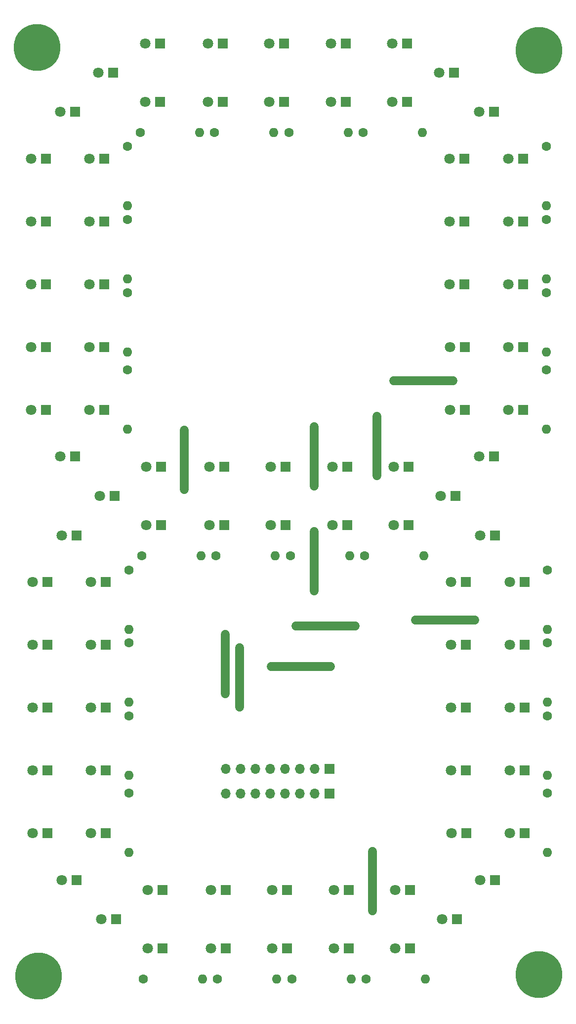
<source format=gtl>
%TF.GenerationSoftware,KiCad,Pcbnew,(6.0.6)*%
%TF.CreationDate,2022-10-07T01:34:02+08:00*%
%TF.ProjectId,7SegmentDisplay_DualLine_NoDriver_6InchesV2,37536567-6d65-46e7-9444-6973706c6179,rev?*%
%TF.SameCoordinates,Original*%
%TF.FileFunction,Copper,L1,Top*%
%TF.FilePolarity,Positive*%
%FSLAX46Y46*%
G04 Gerber Fmt 4.6, Leading zero omitted, Abs format (unit mm)*
G04 Created by KiCad (PCBNEW (6.0.6)) date 2022-10-07 01:34:02*
%MOMM*%
%LPD*%
G01*
G04 APERTURE LIST*
%TA.AperFunction,ComponentPad*%
%ADD10C,0.900000*%
%TD*%
%TA.AperFunction,ComponentPad*%
%ADD11C,8.000000*%
%TD*%
%TA.AperFunction,ComponentPad*%
%ADD12R,1.700000X1.700000*%
%TD*%
%TA.AperFunction,ComponentPad*%
%ADD13O,1.700000X1.700000*%
%TD*%
%TA.AperFunction,ComponentPad*%
%ADD14C,1.400000*%
%TD*%
%TA.AperFunction,ComponentPad*%
%ADD15O,1.400000X1.400000*%
%TD*%
%TA.AperFunction,ComponentPad*%
%ADD16R,1.800000X1.800000*%
%TD*%
%TA.AperFunction,ComponentPad*%
%ADD17C,1.800000*%
%TD*%
%TA.AperFunction,ComponentPad*%
%ADD18C,1.600000*%
%TD*%
%TA.AperFunction,ComponentPad*%
%ADD19O,1.600000X1.600000*%
%TD*%
%TA.AperFunction,Conductor*%
%ADD20C,1.524000*%
%TD*%
G04 APERTURE END LIST*
D10*
%TO.P,REF\u002A\u002A,1*%
%TO.N,N/C*%
X403878680Y-19628680D03*
X408121320Y-23871320D03*
X406000000Y-24750000D03*
X408121320Y-19628680D03*
X403000000Y-21750000D03*
X403878680Y-23871320D03*
X409000000Y-21750000D03*
X406000000Y-18750000D03*
D11*
X406000000Y-21750000D03*
%TD*%
D10*
%TO.P,REF\u002A\u002A,1*%
%TO.N,N/C*%
X317878680Y-19128680D03*
X322121320Y-23371320D03*
X320000000Y-24250000D03*
X322121320Y-19128680D03*
X317000000Y-21250000D03*
X317878680Y-23371320D03*
X323000000Y-21250000D03*
X320000000Y-18250000D03*
D11*
X320000000Y-21250000D03*
%TD*%
D10*
%TO.P,REF\u002A\u002A,1*%
%TO.N,N/C*%
X318128680Y-178128680D03*
X322371320Y-182371320D03*
X320250000Y-183250000D03*
X322371320Y-178128680D03*
X317250000Y-180250000D03*
X318128680Y-182371320D03*
X323250000Y-180250000D03*
X320250000Y-177250000D03*
D11*
X320250000Y-180250000D03*
%TD*%
D10*
%TO.P,REF\u002A\u002A,1*%
%TO.N,N/C*%
X403878680Y-177878680D03*
X408121320Y-182121320D03*
X406000000Y-183000000D03*
X408121320Y-177878680D03*
X403000000Y-180000000D03*
X403878680Y-182121320D03*
X409000000Y-180000000D03*
X406000000Y-177000000D03*
D11*
X406000000Y-180000000D03*
%TD*%
D12*
%TO.P,REF\u002A\u002A,1*%
%TO.N,N/C*%
X370125000Y-149000000D03*
D13*
%TO.P,REF\u002A\u002A,2*%
X367585000Y-149000000D03*
%TO.P,REF\u002A\u002A,3*%
X365045000Y-149000000D03*
%TO.P,REF\u002A\u002A,4*%
X362505000Y-149000000D03*
%TO.P,REF\u002A\u002A,5*%
X359965000Y-149000000D03*
%TO.P,REF\u002A\u002A,6*%
X357425000Y-149000000D03*
%TO.P,REF\u002A\u002A,7*%
X354885000Y-149000000D03*
%TO.P,REF\u002A\u002A,8*%
X352345000Y-149000000D03*
%TD*%
D14*
%TO.P,REF\u002A\u002A,1*%
%TO.N,N/C*%
X352250000Y-121720000D03*
D15*
%TO.P,REF\u002A\u002A,2*%
X352250000Y-131880000D03*
%TD*%
D14*
%TO.P,REF\u002A\u002A,1*%
%TO.N,N/C*%
X354750000Y-123970000D03*
D15*
%TO.P,REF\u002A\u002A,2*%
X354750000Y-134130000D03*
%TD*%
D14*
%TO.P,REF\u002A\u002A,1*%
%TO.N,N/C*%
X345250000Y-86750000D03*
D15*
%TO.P,REF\u002A\u002A,2*%
X345250000Y-96910000D03*
%TD*%
D14*
%TO.P,REF\u002A\u002A,1*%
%TO.N,N/C*%
X370280000Y-127250000D03*
D15*
%TO.P,REF\u002A\u002A,2*%
X360120000Y-127250000D03*
%TD*%
D14*
%TO.P,REF\u002A\u002A,1*%
%TO.N,N/C*%
X377500000Y-169030000D03*
D15*
%TO.P,REF\u002A\u002A,2*%
X377500000Y-158870000D03*
%TD*%
D14*
%TO.P,REF\u002A\u002A,1*%
%TO.N,N/C*%
X374530000Y-120250000D03*
D15*
%TO.P,REF\u002A\u002A,2*%
X364370000Y-120250000D03*
%TD*%
%TO.P,REF\u002A\u002A,2*%
%TO.N,N/C*%
X384870000Y-119250000D03*
D14*
%TO.P,REF\u002A\u002A,1*%
X395030000Y-119250000D03*
%TD*%
%TO.P,REF\u002A\u002A,1*%
%TO.N,N/C*%
X367500000Y-114280000D03*
D15*
%TO.P,REF\u002A\u002A,2*%
X367500000Y-104120000D03*
%TD*%
D14*
%TO.P,REF\u002A\u002A,1*%
%TO.N,N/C*%
X367500000Y-96280000D03*
D15*
%TO.P,REF\u002A\u002A,2*%
X367500000Y-86120000D03*
%TD*%
D14*
%TO.P,REF\u002A\u002A,1*%
%TO.N,N/C*%
X391280000Y-78250000D03*
D15*
%TO.P,REF\u002A\u002A,2*%
X381120000Y-78250000D03*
%TD*%
D14*
%TO.P,REF\u002A\u002A,1*%
%TO.N,N/C*%
X378250000Y-94500000D03*
D15*
%TO.P,REF\u002A\u002A,2*%
X378250000Y-84340000D03*
%TD*%
D12*
%TO.P,REF\u002A\u002A,1*%
%TO.N,N/C*%
X370125000Y-144750000D03*
D13*
%TO.P,REF\u002A\u002A,2*%
X367585000Y-144750000D03*
%TO.P,REF\u002A\u002A,3*%
X365045000Y-144750000D03*
%TO.P,REF\u002A\u002A,4*%
X362505000Y-144750000D03*
%TO.P,REF\u002A\u002A,5*%
X359965000Y-144750000D03*
%TO.P,REF\u002A\u002A,6*%
X357425000Y-144750000D03*
%TO.P,REF\u002A\u002A,7*%
X354885000Y-144750000D03*
%TO.P,REF\u002A\u002A,8*%
X352345000Y-144750000D03*
%TD*%
D16*
%TO.P,REF\u002A\u002A,1*%
%TO.N,N/C*%
X341540000Y-165500000D03*
D17*
%TO.P,REF\u002A\u002A,2*%
X339000000Y-165500000D03*
%TD*%
D18*
%TO.P,REF\u002A\u002A,1*%
%TO.N,N/C*%
X350920000Y-180750000D03*
D19*
%TO.P,REF\u002A\u002A,2*%
X361080000Y-180750000D03*
%TD*%
D18*
%TO.P,REF\u002A\u002A,1*%
%TO.N,N/C*%
X363670000Y-180750000D03*
D19*
%TO.P,REF\u002A\u002A,2*%
X373830000Y-180750000D03*
%TD*%
D18*
%TO.P,REF\u002A\u002A,1*%
%TO.N,N/C*%
X338170000Y-180750000D03*
D19*
%TO.P,REF\u002A\u002A,2*%
X348330000Y-180750000D03*
%TD*%
D18*
%TO.P,REF\u002A\u002A,1*%
%TO.N,N/C*%
X376420000Y-180750000D03*
D19*
%TO.P,REF\u002A\u002A,2*%
X386580000Y-180750000D03*
%TD*%
D16*
%TO.P,REF\u002A\u002A,1*%
%TO.N,N/C*%
X352305000Y-165500000D03*
D17*
%TO.P,REF\u002A\u002A,2*%
X349765000Y-165500000D03*
%TD*%
D16*
%TO.P,REF\u002A\u002A,1*%
%TO.N,N/C*%
X383925000Y-175500000D03*
D17*
%TO.P,REF\u002A\u002A,2*%
X381385000Y-175500000D03*
%TD*%
D16*
%TO.P,REF\u002A\u002A,1*%
%TO.N,N/C*%
X352305000Y-175500000D03*
D17*
%TO.P,REF\u002A\u002A,2*%
X349765000Y-175500000D03*
%TD*%
D16*
%TO.P,REF\u002A\u002A,1*%
%TO.N,N/C*%
X373385000Y-165500000D03*
D17*
%TO.P,REF\u002A\u002A,2*%
X370845000Y-165500000D03*
%TD*%
D16*
%TO.P,REF\u002A\u002A,1*%
%TO.N,N/C*%
X383925000Y-165500000D03*
D17*
%TO.P,REF\u002A\u002A,2*%
X381385000Y-165500000D03*
%TD*%
D16*
%TO.P,REF\u002A\u002A,1*%
%TO.N,N/C*%
X362845000Y-175500000D03*
D17*
%TO.P,REF\u002A\u002A,2*%
X360305000Y-175500000D03*
%TD*%
D16*
%TO.P,REF\u002A\u002A,1*%
%TO.N,N/C*%
X362845000Y-165500000D03*
D17*
%TO.P,REF\u002A\u002A,2*%
X360305000Y-165500000D03*
%TD*%
D16*
%TO.P,REF\u002A\u002A,1*%
%TO.N,N/C*%
X373385000Y-175500000D03*
D17*
%TO.P,REF\u002A\u002A,2*%
X370845000Y-175500000D03*
%TD*%
D16*
%TO.P,REF\u002A\u002A,1*%
%TO.N,N/C*%
X333540000Y-170500000D03*
D17*
%TO.P,REF\u002A\u002A,2*%
X331000000Y-170500000D03*
%TD*%
D16*
%TO.P,REF\u002A\u002A,1*%
%TO.N,N/C*%
X392000000Y-170500000D03*
D17*
%TO.P,REF\u002A\u002A,2*%
X389460000Y-170500000D03*
%TD*%
D16*
%TO.P,REF\u002A\u002A,1*%
%TO.N,N/C*%
X341540000Y-175500000D03*
D17*
%TO.P,REF\u002A\u002A,2*%
X339000000Y-175500000D03*
%TD*%
D16*
%TO.P,REF\u002A\u002A,1*%
%TO.N,N/C*%
X341290000Y-93000000D03*
D17*
%TO.P,REF\u002A\u002A,2*%
X338750000Y-93000000D03*
%TD*%
D18*
%TO.P,REF\u002A\u002A,1*%
%TO.N,N/C*%
X350670000Y-108250000D03*
D19*
%TO.P,REF\u002A\u002A,2*%
X360830000Y-108250000D03*
%TD*%
D18*
%TO.P,REF\u002A\u002A,1*%
%TO.N,N/C*%
X363420000Y-108250000D03*
D19*
%TO.P,REF\u002A\u002A,2*%
X373580000Y-108250000D03*
%TD*%
D18*
%TO.P,REF\u002A\u002A,1*%
%TO.N,N/C*%
X337920000Y-108250000D03*
D19*
%TO.P,REF\u002A\u002A,2*%
X348080000Y-108250000D03*
%TD*%
D18*
%TO.P,REF\u002A\u002A,1*%
%TO.N,N/C*%
X376170000Y-108250000D03*
D19*
%TO.P,REF\u002A\u002A,2*%
X386330000Y-108250000D03*
%TD*%
D16*
%TO.P,REF\u002A\u002A,1*%
%TO.N,N/C*%
X393535000Y-155750000D03*
D17*
%TO.P,REF\u002A\u002A,2*%
X390995000Y-155750000D03*
%TD*%
D16*
%TO.P,REF\u002A\u002A,1*%
%TO.N,N/C*%
X403535000Y-155750000D03*
D17*
%TO.P,REF\u002A\u002A,2*%
X400995000Y-155750000D03*
%TD*%
D16*
%TO.P,REF\u002A\u002A,1*%
%TO.N,N/C*%
X398525000Y-163750000D03*
D17*
%TO.P,REF\u002A\u002A,2*%
X395985000Y-163750000D03*
%TD*%
D16*
%TO.P,REF\u002A\u002A,1*%
%TO.N,N/C*%
X331750000Y-134250000D03*
D17*
%TO.P,REF\u002A\u002A,2*%
X329210000Y-134250000D03*
%TD*%
D18*
%TO.P,REF\u002A\u002A,1*%
%TO.N,N/C*%
X335725000Y-110670000D03*
D19*
%TO.P,REF\u002A\u002A,2*%
X335725000Y-120830000D03*
%TD*%
D16*
%TO.P,REF\u002A\u002A,1*%
%TO.N,N/C*%
X321755000Y-145000000D03*
D17*
%TO.P,REF\u002A\u002A,2*%
X319215000Y-145000000D03*
%TD*%
D16*
%TO.P,REF\u002A\u002A,1*%
%TO.N,N/C*%
X331755000Y-145000000D03*
D17*
%TO.P,REF\u002A\u002A,2*%
X329215000Y-145000000D03*
%TD*%
D16*
%TO.P,REF\u002A\u002A,1*%
%TO.N,N/C*%
X331750000Y-112750000D03*
D17*
%TO.P,REF\u002A\u002A,2*%
X329210000Y-112750000D03*
%TD*%
D18*
%TO.P,REF\u002A\u002A,1*%
%TO.N,N/C*%
X407500000Y-148920000D03*
D19*
%TO.P,REF\u002A\u002A,2*%
X407500000Y-159080000D03*
%TD*%
D16*
%TO.P,REF\u002A\u002A,1*%
%TO.N,N/C*%
X321750000Y-134250000D03*
D17*
%TO.P,REF\u002A\u002A,2*%
X319210000Y-134250000D03*
%TD*%
D18*
%TO.P,REF\u002A\u002A,1*%
%TO.N,N/C*%
X407500000Y-135670000D03*
D19*
%TO.P,REF\u002A\u002A,2*%
X407500000Y-145830000D03*
%TD*%
D16*
%TO.P,REF\u002A\u002A,1*%
%TO.N,N/C*%
X331750000Y-123500000D03*
D17*
%TO.P,REF\u002A\u002A,2*%
X329210000Y-123500000D03*
%TD*%
D16*
%TO.P,REF\u002A\u002A,1*%
%TO.N,N/C*%
X321750000Y-123500000D03*
D17*
%TO.P,REF\u002A\u002A,2*%
X319210000Y-123500000D03*
%TD*%
D18*
%TO.P,REF\u002A\u002A,1*%
%TO.N,N/C*%
X335725000Y-123170000D03*
D19*
%TO.P,REF\u002A\u002A,2*%
X335725000Y-133330000D03*
%TD*%
D16*
%TO.P,REF\u002A\u002A,1*%
%TO.N,N/C*%
X352055000Y-93000000D03*
D17*
%TO.P,REF\u002A\u002A,2*%
X349515000Y-93000000D03*
%TD*%
D16*
%TO.P,REF\u002A\u002A,1*%
%TO.N,N/C*%
X383675000Y-103000000D03*
D17*
%TO.P,REF\u002A\u002A,2*%
X381135000Y-103000000D03*
%TD*%
D16*
%TO.P,REF\u002A\u002A,1*%
%TO.N,N/C*%
X352055000Y-103000000D03*
D17*
%TO.P,REF\u002A\u002A,2*%
X349515000Y-103000000D03*
%TD*%
D16*
%TO.P,REF\u002A\u002A,1*%
%TO.N,N/C*%
X373135000Y-93000000D03*
D17*
%TO.P,REF\u002A\u002A,2*%
X370595000Y-93000000D03*
%TD*%
D16*
%TO.P,REF\u002A\u002A,1*%
%TO.N,N/C*%
X383675000Y-93000000D03*
D17*
%TO.P,REF\u002A\u002A,2*%
X381135000Y-93000000D03*
%TD*%
D16*
%TO.P,REF\u002A\u002A,1*%
%TO.N,N/C*%
X362595000Y-103000000D03*
D17*
%TO.P,REF\u002A\u002A,2*%
X360055000Y-103000000D03*
%TD*%
D16*
%TO.P,REF\u002A\u002A,1*%
%TO.N,N/C*%
X362595000Y-93000000D03*
D17*
%TO.P,REF\u002A\u002A,2*%
X360055000Y-93000000D03*
%TD*%
D16*
%TO.P,REF\u002A\u002A,1*%
%TO.N,N/C*%
X373135000Y-103000000D03*
D17*
%TO.P,REF\u002A\u002A,2*%
X370595000Y-103000000D03*
%TD*%
D16*
%TO.P,REF\u002A\u002A,1*%
%TO.N,N/C*%
X333290000Y-98000000D03*
D17*
%TO.P,REF\u002A\u002A,2*%
X330750000Y-98000000D03*
%TD*%
D16*
%TO.P,REF\u002A\u002A,1*%
%TO.N,N/C*%
X391750000Y-98000000D03*
D17*
%TO.P,REF\u002A\u002A,2*%
X389210000Y-98000000D03*
%TD*%
D16*
%TO.P,REF\u002A\u002A,1*%
%TO.N,N/C*%
X398525000Y-104750000D03*
D17*
%TO.P,REF\u002A\u002A,2*%
X395985000Y-104750000D03*
%TD*%
D16*
%TO.P,REF\u002A\u002A,1*%
%TO.N,N/C*%
X393525000Y-112750000D03*
D17*
%TO.P,REF\u002A\u002A,2*%
X390985000Y-112750000D03*
%TD*%
D16*
%TO.P,REF\u002A\u002A,1*%
%TO.N,N/C*%
X403525000Y-112750000D03*
D17*
%TO.P,REF\u002A\u002A,2*%
X400985000Y-112750000D03*
%TD*%
D16*
%TO.P,REF\u002A\u002A,1*%
%TO.N,N/C*%
X331760000Y-155750000D03*
D17*
%TO.P,REF\u002A\u002A,2*%
X329220000Y-155750000D03*
%TD*%
D18*
%TO.P,REF\u002A\u002A,1*%
%TO.N,N/C*%
X335725000Y-148920000D03*
D19*
%TO.P,REF\u002A\u002A,2*%
X335725000Y-159080000D03*
%TD*%
D18*
%TO.P,REF\u002A\u002A,1*%
%TO.N,N/C*%
X335725000Y-135670000D03*
D19*
%TO.P,REF\u002A\u002A,2*%
X335725000Y-145830000D03*
%TD*%
D16*
%TO.P,REF\u002A\u002A,1*%
%TO.N,N/C*%
X326750000Y-104750000D03*
D17*
%TO.P,REF\u002A\u002A,2*%
X324210000Y-104750000D03*
%TD*%
D16*
%TO.P,REF\u002A\u002A,1*%
%TO.N,N/C*%
X321750000Y-112750000D03*
D17*
%TO.P,REF\u002A\u002A,2*%
X319210000Y-112750000D03*
%TD*%
D16*
%TO.P,REF\u002A\u002A,1*%
%TO.N,N/C*%
X321760000Y-155750000D03*
D17*
%TO.P,REF\u002A\u002A,2*%
X319220000Y-155750000D03*
%TD*%
D16*
%TO.P,REF\u002A\u002A,1*%
%TO.N,N/C*%
X326750000Y-163750000D03*
D17*
%TO.P,REF\u002A\u002A,2*%
X324210000Y-163750000D03*
%TD*%
D16*
%TO.P,REF\u002A\u002A,1*%
%TO.N,N/C*%
X403530000Y-145000000D03*
D17*
%TO.P,REF\u002A\u002A,2*%
X400990000Y-145000000D03*
%TD*%
D16*
%TO.P,REF\u002A\u002A,1*%
%TO.N,N/C*%
X393530000Y-145000000D03*
D17*
%TO.P,REF\u002A\u002A,2*%
X390990000Y-145000000D03*
%TD*%
D16*
%TO.P,REF\u002A\u002A,1*%
%TO.N,N/C*%
X393525000Y-134250000D03*
D17*
%TO.P,REF\u002A\u002A,2*%
X390985000Y-134250000D03*
%TD*%
D16*
%TO.P,REF\u002A\u002A,1*%
%TO.N,N/C*%
X403525000Y-123500000D03*
D17*
%TO.P,REF\u002A\u002A,2*%
X400985000Y-123500000D03*
%TD*%
D16*
%TO.P,REF\u002A\u002A,1*%
%TO.N,N/C*%
X393525000Y-123500000D03*
D17*
%TO.P,REF\u002A\u002A,2*%
X390985000Y-123500000D03*
%TD*%
D18*
%TO.P,REF\u002A\u002A,1*%
%TO.N,N/C*%
X407500000Y-123170000D03*
D19*
%TO.P,REF\u002A\u002A,2*%
X407500000Y-133330000D03*
%TD*%
D16*
%TO.P,REF\u002A\u002A,1*%
%TO.N,N/C*%
X403525000Y-134250000D03*
D17*
%TO.P,REF\u002A\u002A,2*%
X400985000Y-134250000D03*
%TD*%
D18*
%TO.P,REF\u002A\u002A,1*%
%TO.N,N/C*%
X407500000Y-110670000D03*
D19*
%TO.P,REF\u002A\u002A,2*%
X407500000Y-120830000D03*
%TD*%
D16*
%TO.P,REF\u002A\u002A,1*%
%TO.N,N/C*%
X341290000Y-103000000D03*
D17*
%TO.P,REF\u002A\u002A,2*%
X338750000Y-103000000D03*
%TD*%
D16*
%TO.P,REF\u002A\u002A,1*%
%TO.N,N/C*%
X321510000Y-83250000D03*
D17*
%TO.P,REF\u002A\u002A,2*%
X318970000Y-83250000D03*
%TD*%
D16*
%TO.P,REF\u002A\u002A,1*%
%TO.N,N/C*%
X331510000Y-83250000D03*
D17*
%TO.P,REF\u002A\u002A,2*%
X328970000Y-83250000D03*
%TD*%
D16*
%TO.P,REF\u002A\u002A,1*%
%TO.N,N/C*%
X326500000Y-91250000D03*
D17*
%TO.P,REF\u002A\u002A,2*%
X323960000Y-91250000D03*
%TD*%
D18*
%TO.P,REF\u002A\u002A,1*%
%TO.N,N/C*%
X335475000Y-76420000D03*
D19*
%TO.P,REF\u002A\u002A,2*%
X335475000Y-86580000D03*
%TD*%
D18*
%TO.P,REF\u002A\u002A,1*%
%TO.N,N/C*%
X335475000Y-63170000D03*
D19*
%TO.P,REF\u002A\u002A,2*%
X335475000Y-73330000D03*
%TD*%
D16*
%TO.P,REF\u002A\u002A,1*%
%TO.N,N/C*%
X326500000Y-32250000D03*
D17*
%TO.P,REF\u002A\u002A,2*%
X323960000Y-32250000D03*
%TD*%
D16*
%TO.P,REF\u002A\u002A,1*%
%TO.N,N/C*%
X321500000Y-40250000D03*
D17*
%TO.P,REF\u002A\u002A,2*%
X318960000Y-40250000D03*
%TD*%
D16*
%TO.P,REF\u002A\u002A,1*%
%TO.N,N/C*%
X331500000Y-40250000D03*
D17*
%TO.P,REF\u002A\u002A,2*%
X328960000Y-40250000D03*
%TD*%
D16*
%TO.P,REF\u002A\u002A,1*%
%TO.N,N/C*%
X331505000Y-72500000D03*
D17*
%TO.P,REF\u002A\u002A,2*%
X328965000Y-72500000D03*
%TD*%
D16*
%TO.P,REF\u002A\u002A,1*%
%TO.N,N/C*%
X321505000Y-72500000D03*
D17*
%TO.P,REF\u002A\u002A,2*%
X318965000Y-72500000D03*
%TD*%
D16*
%TO.P,REF\u002A\u002A,1*%
%TO.N,N/C*%
X321500000Y-61750000D03*
D17*
%TO.P,REF\u002A\u002A,2*%
X318960000Y-61750000D03*
%TD*%
D16*
%TO.P,REF\u002A\u002A,1*%
%TO.N,N/C*%
X331500000Y-51000000D03*
D17*
%TO.P,REF\u002A\u002A,2*%
X328960000Y-51000000D03*
%TD*%
D16*
%TO.P,REF\u002A\u002A,1*%
%TO.N,N/C*%
X321500000Y-51000000D03*
D17*
%TO.P,REF\u002A\u002A,2*%
X318960000Y-51000000D03*
%TD*%
D18*
%TO.P,REF\u002A\u002A,1*%
%TO.N,N/C*%
X335475000Y-50670000D03*
D19*
%TO.P,REF\u002A\u002A,2*%
X335475000Y-60830000D03*
%TD*%
D16*
%TO.P,REF\u002A\u002A,1*%
%TO.N,N/C*%
X331500000Y-61750000D03*
D17*
%TO.P,REF\u002A\u002A,2*%
X328960000Y-61750000D03*
%TD*%
D18*
%TO.P,REF\u002A\u002A,1*%
%TO.N,N/C*%
X335475000Y-38170000D03*
D19*
%TO.P,REF\u002A\u002A,2*%
X335475000Y-48330000D03*
%TD*%
D18*
%TO.P,REF\u002A\u002A,1*%
%TO.N,N/C*%
X407250000Y-76420000D03*
D19*
%TO.P,REF\u002A\u002A,2*%
X407250000Y-86580000D03*
%TD*%
D18*
%TO.P,REF\u002A\u002A,1*%
%TO.N,N/C*%
X407250000Y-63170000D03*
D19*
%TO.P,REF\u002A\u002A,2*%
X407250000Y-73330000D03*
%TD*%
D18*
%TO.P,REF\u002A\u002A,1*%
%TO.N,N/C*%
X407250000Y-50670000D03*
D19*
%TO.P,REF\u002A\u002A,2*%
X407250000Y-60830000D03*
%TD*%
D18*
%TO.P,REF\u002A\u002A,1*%
%TO.N,N/C*%
X407250000Y-38170000D03*
D19*
%TO.P,REF\u002A\u002A,2*%
X407250000Y-48330000D03*
%TD*%
D18*
%TO.P,REF\u002A\u002A,1*%
%TO.N,N/C*%
X375920000Y-35750000D03*
D19*
%TO.P,REF\u002A\u002A,2*%
X386080000Y-35750000D03*
%TD*%
D18*
%TO.P,REF\u002A\u002A,1*%
%TO.N,N/C*%
X363170000Y-35750000D03*
D19*
%TO.P,REF\u002A\u002A,2*%
X373330000Y-35750000D03*
%TD*%
D18*
%TO.P,REF\u002A\u002A,1*%
%TO.N,N/C*%
X350420000Y-35750000D03*
D19*
%TO.P,REF\u002A\u002A,2*%
X360580000Y-35750000D03*
%TD*%
D18*
%TO.P,REF\u002A\u002A,1*%
%TO.N,N/C*%
X337670000Y-35750000D03*
D19*
%TO.P,REF\u002A\u002A,2*%
X347830000Y-35750000D03*
%TD*%
D16*
%TO.P,REF\u002A\u002A,1*%
%TO.N,N/C*%
X398275000Y-91250000D03*
D17*
%TO.P,REF\u002A\u002A,2*%
X395735000Y-91250000D03*
%TD*%
D16*
%TO.P,REF\u002A\u002A,1*%
%TO.N,N/C*%
X403285000Y-83250000D03*
D17*
%TO.P,REF\u002A\u002A,2*%
X400745000Y-83250000D03*
%TD*%
D16*
%TO.P,REF\u002A\u002A,1*%
%TO.N,N/C*%
X393285000Y-83250000D03*
D17*
%TO.P,REF\u002A\u002A,2*%
X390745000Y-83250000D03*
%TD*%
D16*
%TO.P,REF\u002A\u002A,1*%
%TO.N,N/C*%
X403280000Y-72500000D03*
D17*
%TO.P,REF\u002A\u002A,2*%
X400740000Y-72500000D03*
%TD*%
D16*
%TO.P,REF\u002A\u002A,1*%
%TO.N,N/C*%
X393280000Y-72500000D03*
D17*
%TO.P,REF\u002A\u002A,2*%
X390740000Y-72500000D03*
%TD*%
D16*
%TO.P,REF\u002A\u002A,1*%
%TO.N,N/C*%
X403275000Y-61750000D03*
D17*
%TO.P,REF\u002A\u002A,2*%
X400735000Y-61750000D03*
%TD*%
D16*
%TO.P,REF\u002A\u002A,1*%
%TO.N,N/C*%
X393275000Y-61750000D03*
D17*
%TO.P,REF\u002A\u002A,2*%
X390735000Y-61750000D03*
%TD*%
D16*
%TO.P,REF\u002A\u002A,1*%
%TO.N,N/C*%
X403275000Y-51000000D03*
D17*
%TO.P,REF\u002A\u002A,2*%
X400735000Y-51000000D03*
%TD*%
D16*
%TO.P,REF\u002A\u002A,1*%
%TO.N,N/C*%
X393275000Y-51000000D03*
D17*
%TO.P,REF\u002A\u002A,2*%
X390735000Y-51000000D03*
%TD*%
D16*
%TO.P,REF\u002A\u002A,1*%
%TO.N,N/C*%
X403275000Y-40250000D03*
D17*
%TO.P,REF\u002A\u002A,2*%
X400735000Y-40250000D03*
%TD*%
D16*
%TO.P,REF\u002A\u002A,1*%
%TO.N,N/C*%
X393275000Y-40250000D03*
D17*
%TO.P,REF\u002A\u002A,2*%
X390735000Y-40250000D03*
%TD*%
%TO.P,REF\u002A\u002A,2*%
%TO.N,N/C*%
X395735000Y-32250000D03*
D16*
%TO.P,REF\u002A\u002A,1*%
X398275000Y-32250000D03*
%TD*%
%TO.P,REF\u002A\u002A,1*%
%TO.N,N/C*%
X391500000Y-25500000D03*
D17*
%TO.P,REF\u002A\u002A,2*%
X388960000Y-25500000D03*
%TD*%
D16*
%TO.P,REF\u002A\u002A,1*%
%TO.N,N/C*%
X372885000Y-20500000D03*
D17*
%TO.P,REF\u002A\u002A,2*%
X370345000Y-20500000D03*
%TD*%
D16*
%TO.P,REF\u002A\u002A,1*%
%TO.N,N/C*%
X372885000Y-30500000D03*
D17*
%TO.P,REF\u002A\u002A,2*%
X370345000Y-30500000D03*
%TD*%
D16*
%TO.P,REF\u002A\u002A,1*%
%TO.N,N/C*%
X383425000Y-30500000D03*
D17*
%TO.P,REF\u002A\u002A,2*%
X380885000Y-30500000D03*
%TD*%
D16*
%TO.P,REF\u002A\u002A,1*%
%TO.N,N/C*%
X383425000Y-20500000D03*
D17*
%TO.P,REF\u002A\u002A,2*%
X380885000Y-20500000D03*
%TD*%
D16*
%TO.P,REF\u002A\u002A,1*%
%TO.N,N/C*%
X362345000Y-20500000D03*
D17*
%TO.P,REF\u002A\u002A,2*%
X359805000Y-20500000D03*
%TD*%
D16*
%TO.P,REF\u002A\u002A,1*%
%TO.N,N/C*%
X362345000Y-30500000D03*
D17*
%TO.P,REF\u002A\u002A,2*%
X359805000Y-30500000D03*
%TD*%
D16*
%TO.P,REF\u002A\u002A,1*%
%TO.N,N/C*%
X333040000Y-25500000D03*
D17*
%TO.P,REF\u002A\u002A,2*%
X330500000Y-25500000D03*
%TD*%
D16*
%TO.P,REF\u002A\u002A,1*%
%TO.N,N/C*%
X351805000Y-20500000D03*
D17*
%TO.P,REF\u002A\u002A,2*%
X349265000Y-20500000D03*
%TD*%
D16*
%TO.P,REF\u002A\u002A,1*%
%TO.N,N/C*%
X351805000Y-30500000D03*
D17*
%TO.P,REF\u002A\u002A,2*%
X349265000Y-30500000D03*
%TD*%
D16*
%TO.P,REF\u002A\u002A,1*%
%TO.N,N/C*%
X341040000Y-30500000D03*
D17*
%TO.P,REF\u002A\u002A,2*%
X338500000Y-30500000D03*
%TD*%
D16*
%TO.P,REF\u002A\u002A,1*%
%TO.N,N/C*%
X341040000Y-20500000D03*
D17*
%TO.P,REF\u002A\u002A,2*%
X338500000Y-20500000D03*
%TD*%
D20*
%TO.N,*%
X352250000Y-121720000D02*
X352250000Y-131880000D01*
X354750000Y-123970000D02*
X354750000Y-134130000D01*
X345250000Y-86750000D02*
X345250000Y-96910000D01*
X377500000Y-158870000D02*
X377500000Y-169030000D01*
X360120000Y-127250000D02*
X370280000Y-127250000D01*
X374530000Y-120250000D02*
X364370000Y-120250000D01*
X384870000Y-119250000D02*
X395030000Y-119250000D01*
X367500000Y-104120000D02*
X367500000Y-114280000D01*
X367500000Y-86120000D02*
X367500000Y-96280000D01*
X391280000Y-78250000D02*
X381120000Y-78250000D01*
X378250000Y-84340000D02*
X378250000Y-94500000D01*
%TD*%
M02*

</source>
